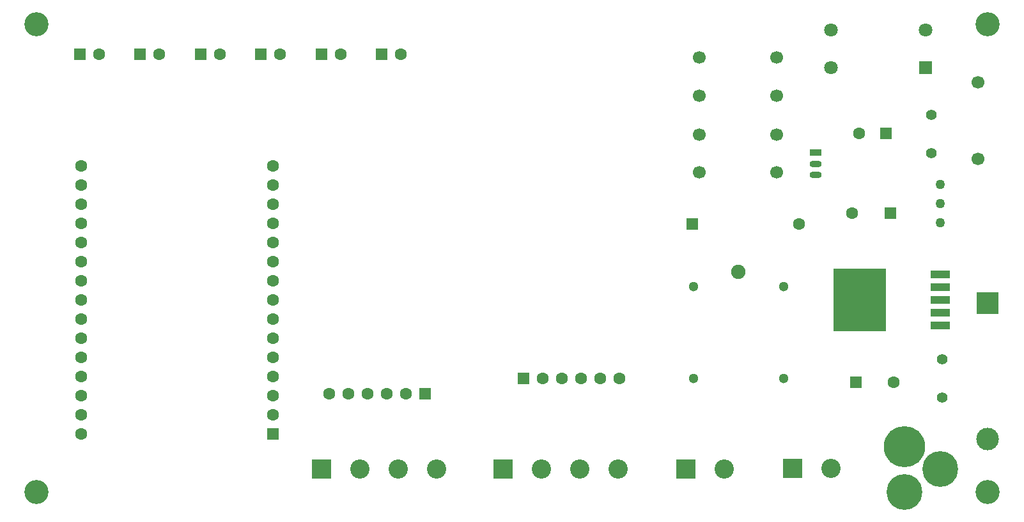
<source format=gbr>
%TF.GenerationSoftware,Altium Limited,Altium Designer,21.4.1 (30)*%
G04 Layer_Color=255*
%FSLAX45Y45*%
%MOMM*%
%TF.SameCoordinates,B516314B-6D7E-4A12-AF4E-A3036E98B02D*%
%TF.FilePolarity,Positive*%
%TF.FileFunction,Pads,Top*%
%TF.Part,Single*%
G01*
G75*
%TA.AperFunction,SMDPad,CuDef*%
%ADD10R,2.50000X1.02000*%
%ADD11R,6.99000X8.33000*%
%TA.AperFunction,ComponentPad*%
%ADD15R,1.60000X0.90000*%
%ADD16O,1.60000X0.90000*%
%ADD17R,1.60000X1.60000*%
%ADD18C,1.60000*%
%ADD19R,2.55000X2.55000*%
%ADD20C,2.55000*%
%ADD21C,5.46000*%
%ADD22C,4.74000*%
%ADD23C,1.30000*%
%ADD24C,1.90000*%
%ADD25R,1.60000X1.60000*%
%ADD26C,1.70000*%
%ADD27C,3.20000*%
%ADD28C,1.80000*%
%ADD29R,1.80000X1.80000*%
%ADD30C,1.40000*%
%ADD31C,1.26900*%
%ADD32R,2.99999X2.99999*%
%ADD33C,2.99999*%
D10*
X12369000Y2607000D02*
D03*
Y2777000D02*
D03*
Y2947000D02*
D03*
Y3117000D02*
D03*
Y3287000D02*
D03*
D11*
X11301500Y2947000D02*
D03*
D15*
X10718800Y4899800D02*
D03*
D16*
Y4749800D02*
D03*
Y4599800D02*
D03*
D17*
X6850000Y1900000D02*
D03*
X5550000Y1700000D02*
D03*
X11708000Y4100000D02*
D03*
D18*
X7104000Y1900000D02*
D03*
X7358000D02*
D03*
X7612000D02*
D03*
X7866000D02*
D03*
X8120000D02*
D03*
X4280000Y1700000D02*
D03*
X4534000D02*
D03*
X4788000D02*
D03*
X5042000D02*
D03*
X5296000D02*
D03*
X1227000Y6200000D02*
D03*
X2027000D02*
D03*
X2827000D02*
D03*
X3627000D02*
D03*
X4427000D02*
D03*
X5227000D02*
D03*
X10500000Y3950000D02*
D03*
X11300000Y5150000D02*
D03*
X11750000Y1850000D02*
D03*
X11200000Y4100000D02*
D03*
X3530600Y1422400D02*
D03*
Y1676400D02*
D03*
Y1930400D02*
D03*
Y2184400D02*
D03*
Y2438400D02*
D03*
Y2692400D02*
D03*
Y2946400D02*
D03*
Y3200400D02*
D03*
Y3454400D02*
D03*
Y3708400D02*
D03*
Y3962400D02*
D03*
Y4216400D02*
D03*
Y4470400D02*
D03*
Y4724400D02*
D03*
X990600Y1168400D02*
D03*
Y1422400D02*
D03*
Y1676400D02*
D03*
Y1930400D02*
D03*
Y2184400D02*
D03*
Y2438400D02*
D03*
Y2692400D02*
D03*
Y2946400D02*
D03*
Y3200400D02*
D03*
Y3454400D02*
D03*
Y3708400D02*
D03*
Y3962400D02*
D03*
Y4216400D02*
D03*
Y4470400D02*
D03*
Y4724400D02*
D03*
D19*
X10412700Y711200D02*
D03*
X9000000Y700000D02*
D03*
X6584000D02*
D03*
X4176000D02*
D03*
D20*
X10920700Y711200D02*
D03*
X9508000Y700000D02*
D03*
X7092000D02*
D03*
X7600000D02*
D03*
X8108000D02*
D03*
X4684000D02*
D03*
X5192000D02*
D03*
X5700000D02*
D03*
D21*
X11900000Y1000000D02*
D03*
D22*
X12370000Y700000D02*
D03*
X11900000Y400000D02*
D03*
D23*
X10300000Y3120000D02*
D03*
X9100000D02*
D03*
X10300000Y1900000D02*
D03*
X9100000D02*
D03*
D24*
X9700000Y3320000D02*
D03*
D25*
X973000Y6200000D02*
D03*
X1773000D02*
D03*
X2573000D02*
D03*
X3373000D02*
D03*
X4173000D02*
D03*
X4973000D02*
D03*
X9090000Y3950000D02*
D03*
X11650000Y5150000D02*
D03*
X11250000Y1850000D02*
D03*
X3530600Y1168400D02*
D03*
D26*
X10200000Y5650000D02*
D03*
X9180000D02*
D03*
Y5140000D02*
D03*
X10200000D02*
D03*
X9180000Y4640000D02*
D03*
X10200000D02*
D03*
Y6160000D02*
D03*
X9180000D02*
D03*
X12875000Y4815000D02*
D03*
Y5835000D02*
D03*
D27*
X13000000Y6600000D02*
D03*
X400000Y400000D02*
D03*
X13000000D02*
D03*
X400000Y6600000D02*
D03*
D28*
X10925000Y6525000D02*
D03*
Y6025000D02*
D03*
X12175000Y6525000D02*
D03*
D29*
Y6025000D02*
D03*
D30*
X12250000Y5400000D02*
D03*
Y4892000D02*
D03*
X12400000Y1650000D02*
D03*
Y2158000D02*
D03*
D31*
X12375000Y4479000D02*
D03*
Y4225000D02*
D03*
Y3971000D02*
D03*
D32*
X13000000Y2900000D02*
D03*
D33*
Y1100000D02*
D03*
%TF.MD5,7e6dadac4dcc296d5fd4ded80931ce81*%
M02*

</source>
